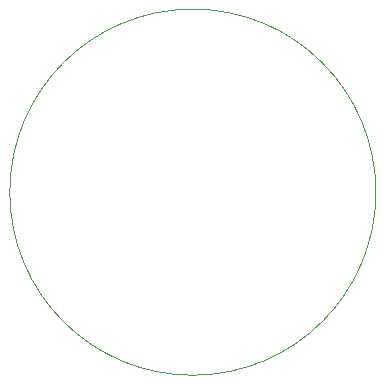
<source format=gbr>
G04 (created by PCBNEW (2013-08-24 BZR 4298)-stable) date Thu 19 Sep 2013 08:04:18 PM PDT*
%MOIN*%
G04 Gerber Fmt 3.4, Leading zero omitted, Abs format*
%FSLAX34Y34*%
G01*
G70*
G90*
G04 APERTURE LIST*
%ADD10C,0.005906*%
%ADD11C,0.003937*%
G04 APERTURE END LIST*
G54D10*
G54D11*
X45472Y-39370D02*
G75*
G03X45472Y-39370I-6102J0D01*
G74*
G01*
M02*

</source>
